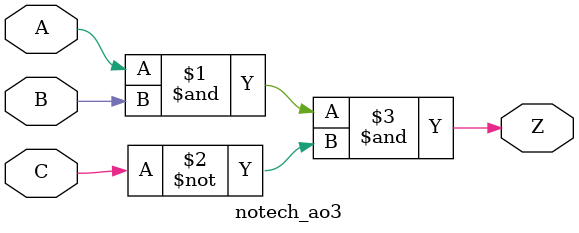
<source format=v>
module notech_ao3 (A,B,C,Z);
input A,B,C;
output Z;
assign Z=A&B&~C;
endmodule

</source>
